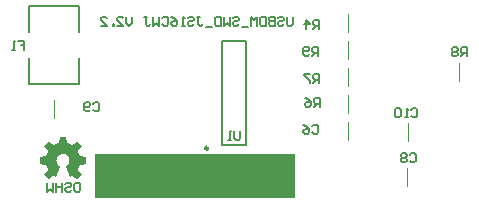
<source format=gbo>
G04 Layer_Color=32896*
%FSLAX24Y24*%
%MOIN*%
G70*
G01*
G75*
%ADD38C,0.0079*%
%ADD39C,0.0098*%
%ADD41C,0.0039*%
%ADD43C,0.0060*%
%ADD67C,0.0070*%
%ADD68R,0.6650X0.1450*%
G36*
X-11304Y-1714D02*
Y-1719D01*
X-11265Y-1916D01*
Y-1919D01*
Y-1922D01*
X-11262Y-1925D01*
X-11257Y-1927D01*
X-11124Y-1983D01*
X-11110D01*
X-10946Y-1866D01*
X-10935D01*
X-10932Y-1869D01*
X-10790Y-2008D01*
Y-2011D01*
Y-2016D01*
Y-2019D01*
Y-2022D01*
X-10904Y-2186D01*
Y-2188D01*
Y-2194D01*
Y-2197D01*
Y-2202D01*
X-10840Y-2338D01*
Y-2341D01*
X-10838Y-2344D01*
X-10832Y-2347D01*
X-10643Y-2380D01*
X-10638D01*
X-10635Y-2383D01*
Y-2388D01*
Y-2588D01*
Y-2591D01*
X-10638Y-2594D01*
X-10643Y-2597D01*
X-10826Y-2636D01*
X-10832D01*
X-10835Y-2638D01*
X-10838Y-2644D01*
X-10899Y-2791D01*
Y-2794D01*
Y-2799D01*
Y-2802D01*
Y-2805D01*
X-10790Y-2960D01*
Y-2966D01*
Y-2969D01*
Y-2972D01*
X-10932Y-3110D01*
X-10935Y-3113D01*
X-10940D01*
X-10946Y-3110D01*
X-11096Y-3008D01*
X-11110D01*
X-11176Y-3047D01*
X-11182D01*
X-11185Y-3044D01*
X-11187Y-3041D01*
X-11326Y-2705D01*
Y-2702D01*
Y-2699D01*
X-11324Y-2691D01*
X-11304Y-2683D01*
X-11301Y-2680D01*
X-11299Y-2677D01*
X-11296Y-2672D01*
X-11290Y-2669D01*
X-11279Y-2661D01*
X-11265Y-2647D01*
X-11246Y-2627D01*
X-11226Y-2602D01*
X-11213Y-2572D01*
X-11201Y-2536D01*
X-11196Y-2494D01*
Y-2491D01*
Y-2477D01*
X-11199Y-2461D01*
X-11204Y-2441D01*
X-11213Y-2416D01*
X-11224Y-2388D01*
X-11237Y-2363D01*
X-11260Y-2338D01*
X-11262Y-2336D01*
X-11271Y-2327D01*
X-11285Y-2316D01*
X-11301Y-2305D01*
X-11324Y-2294D01*
X-11349Y-2283D01*
X-11379Y-2275D01*
X-11412Y-2272D01*
X-11426D01*
X-11443Y-2275D01*
X-11465Y-2280D01*
X-11487Y-2288D01*
X-11515Y-2300D01*
X-11540Y-2316D01*
X-11565Y-2338D01*
X-11568Y-2341D01*
X-11576Y-2350D01*
X-11585Y-2363D01*
X-11596Y-2383D01*
X-11610Y-2405D01*
X-11618Y-2430D01*
X-11626Y-2461D01*
X-11629Y-2494D01*
Y-2499D01*
X-11626Y-2513D01*
X-11623Y-2536D01*
X-11618Y-2561D01*
X-11604Y-2588D01*
X-11587Y-2619D01*
X-11565Y-2647D01*
X-11532Y-2672D01*
X-11529Y-2674D01*
X-11526Y-2680D01*
X-11524D01*
X-11521Y-2683D01*
X-11504Y-2691D01*
X-11501Y-2694D01*
X-11499Y-2705D01*
X-11635Y-3041D01*
X-11637Y-3044D01*
X-11648Y-3047D01*
X-11715Y-3008D01*
X-11729D01*
X-11879Y-3110D01*
X-11885Y-3113D01*
X-11887D01*
X-11893Y-3110D01*
X-12037Y-2972D01*
Y-2966D01*
Y-2963D01*
Y-2960D01*
X-11926Y-2805D01*
Y-2802D01*
Y-2799D01*
Y-2797D01*
Y-2791D01*
X-11990Y-2644D01*
Y-2641D01*
Y-2638D01*
X-11993Y-2636D01*
X-11998D01*
X-12182Y-2597D01*
X-12184D01*
X-12187Y-2594D01*
X-12190Y-2588D01*
Y-2388D01*
Y-2386D01*
Y-2383D01*
X-12187Y-2380D01*
X-12182D01*
X-11993Y-2347D01*
X-11990D01*
X-11984Y-2344D01*
X-11979Y-2338D01*
X-11923Y-2202D01*
Y-2200D01*
Y-2194D01*
Y-2191D01*
Y-2188D01*
Y-2186D01*
X-12037Y-2022D01*
Y-2019D01*
Y-2016D01*
Y-2013D01*
Y-2008D01*
X-11893Y-1869D01*
X-11890Y-1866D01*
X-11879D01*
X-11715Y-1983D01*
X-11701D01*
X-11568Y-1927D01*
X-11565D01*
X-11562Y-1925D01*
X-11560Y-1922D01*
Y-1916D01*
X-11521Y-1719D01*
Y-1716D01*
Y-1714D01*
X-11518Y-1711D01*
X-11512Y-1708D01*
X-11307D01*
X-11304Y-1714D01*
D02*
G37*
D38*
X-6094Y-1982D02*
Y1482D01*
X-5306Y-1982D02*
Y1482D01*
X-6094Y-1982D02*
X-5306D01*
X-6094Y1482D02*
X-5306D01*
X-12527Y1783D02*
Y2649D01*
X-10873Y1783D02*
Y2649D01*
X-12527D02*
X-10873D01*
X-12527Y51D02*
X-10873D01*
X-12527D02*
Y917D01*
X-10873Y51D02*
Y917D01*
D39*
X-6576Y-2085D02*
G03*
X-6576Y-2085I-49J0D01*
G01*
D41*
X-11726Y-1071D02*
Y-480D01*
X-1900Y-1795D02*
Y-1205D01*
X50Y-3345D02*
Y-2755D01*
X100Y-1845D02*
Y-1255D01*
X-1900Y905D02*
Y1495D01*
X1800Y155D02*
Y745D01*
X-1900Y1805D02*
Y2395D01*
Y5D02*
Y595D01*
Y-895D02*
Y-305D01*
D43*
X200Y-800D02*
X250Y-750D01*
X350D01*
X400Y-800D01*
Y-1000D01*
X350Y-1050D01*
X250D01*
X200Y-1000D01*
X100Y-1050D02*
X0D01*
X50D01*
Y-750D01*
X100Y-800D01*
X-150D02*
X-200Y-750D01*
X-300D01*
X-350Y-800D01*
Y-1000D01*
X-300Y-1050D01*
X-200D01*
X-150Y-1000D01*
Y-800D01*
X150Y-2300D02*
X200Y-2250D01*
X300D01*
X350Y-2300D01*
Y-2500D01*
X300Y-2550D01*
X200D01*
X150Y-2500D01*
X50Y-2300D02*
X0Y-2250D01*
X-100D01*
X-150Y-2300D01*
Y-2350D01*
X-100Y-2400D01*
X-150Y-2450D01*
Y-2500D01*
X-100Y-2550D01*
X0D01*
X50Y-2500D01*
Y-2450D01*
X0Y-2400D01*
X50Y-2350D01*
Y-2300D01*
X0Y-2400D02*
X-100D01*
X-2850Y-710D02*
Y-410D01*
X-3000D01*
X-3050Y-460D01*
Y-560D01*
X-3000Y-610D01*
X-2850D01*
X-2950D02*
X-3050Y-710D01*
X-3350Y-410D02*
X-3250Y-460D01*
X-3150Y-560D01*
Y-660D01*
X-3200Y-710D01*
X-3300D01*
X-3350Y-660D01*
Y-610D01*
X-3300Y-560D01*
X-3150D01*
X-5500Y-1500D02*
Y-1750D01*
X-5550Y-1800D01*
X-5650D01*
X-5700Y-1750D01*
Y-1500D01*
X-5800Y-1800D02*
X-5900D01*
X-5850D01*
Y-1500D01*
X-5800Y-1550D01*
X-2870Y100D02*
Y400D01*
X-3020D01*
X-3070Y350D01*
Y250D01*
X-3020Y200D01*
X-2870D01*
X-2970D02*
X-3070Y100D01*
X-3170Y400D02*
X-3370D01*
Y350D01*
X-3170Y150D01*
Y100D01*
X-2870Y1890D02*
Y2190D01*
X-3020D01*
X-3070Y2140D01*
Y2040D01*
X-3020Y1990D01*
X-2870D01*
X-2970D02*
X-3070Y1890D01*
X-3320D02*
Y2190D01*
X-3170Y2040D01*
X-3370D01*
X-3100Y-1350D02*
X-3050Y-1300D01*
X-2950D01*
X-2900Y-1350D01*
Y-1550D01*
X-2950Y-1600D01*
X-3050D01*
X-3100Y-1550D01*
X-3400Y-1300D02*
X-3300Y-1350D01*
X-3200Y-1450D01*
Y-1550D01*
X-3250Y-1600D01*
X-3350D01*
X-3400Y-1550D01*
Y-1500D01*
X-3350Y-1450D01*
X-3200D01*
X2040Y988D02*
Y1288D01*
X1890D01*
X1840Y1238D01*
Y1138D01*
X1890Y1088D01*
X2040D01*
X1940D02*
X1840Y988D01*
X1740Y1238D02*
X1690Y1288D01*
X1590D01*
X1540Y1238D01*
Y1188D01*
X1590Y1138D01*
X1540Y1088D01*
Y1038D01*
X1590Y988D01*
X1690D01*
X1740Y1038D01*
Y1088D01*
X1690Y1138D01*
X1740Y1188D01*
Y1238D01*
X1690Y1138D02*
X1590D01*
X-2900Y1000D02*
Y1300D01*
X-3050D01*
X-3100Y1250D01*
Y1150D01*
X-3050Y1100D01*
X-2900D01*
X-3000D02*
X-3100Y1000D01*
X-3200Y1050D02*
X-3250Y1000D01*
X-3350D01*
X-3400Y1050D01*
Y1250D01*
X-3350Y1300D01*
X-3250D01*
X-3200Y1250D01*
Y1200D01*
X-3250Y1150D01*
X-3400D01*
X-10400Y-600D02*
X-10350Y-550D01*
X-10250D01*
X-10200Y-600D01*
Y-800D01*
X-10250Y-850D01*
X-10350D01*
X-10400Y-800D01*
X-10500D02*
X-10550Y-850D01*
X-10650D01*
X-10700Y-800D01*
Y-600D01*
X-10650Y-550D01*
X-10550D01*
X-10500Y-600D01*
Y-650D01*
X-10550Y-700D01*
X-10700D01*
X-12900Y1500D02*
X-12700D01*
Y1350D01*
X-12800D01*
X-12700D01*
Y1200D01*
X-13000D02*
X-13100D01*
X-13050D01*
Y1500D01*
X-13000Y1450D01*
X-3750Y2300D02*
Y2050D01*
X-3800Y2000D01*
X-3900D01*
X-3950Y2050D01*
Y2300D01*
X-4250Y2250D02*
X-4200Y2300D01*
X-4100D01*
X-4050Y2250D01*
Y2200D01*
X-4100Y2150D01*
X-4200D01*
X-4250Y2100D01*
Y2050D01*
X-4200Y2000D01*
X-4100D01*
X-4050Y2050D01*
X-4350Y2300D02*
Y2000D01*
X-4500D01*
X-4550Y2050D01*
Y2100D01*
X-4500Y2150D01*
X-4350D01*
X-4500D01*
X-4550Y2200D01*
Y2250D01*
X-4500Y2300D01*
X-4350D01*
X-4650D02*
Y2000D01*
X-4800D01*
X-4850Y2050D01*
Y2250D01*
X-4800Y2300D01*
X-4650D01*
X-4950Y2000D02*
Y2300D01*
X-5050Y2200D01*
X-5150Y2300D01*
Y2000D01*
X-5250Y1950D02*
X-5449D01*
X-5749Y2250D02*
X-5699Y2300D01*
X-5599D01*
X-5549Y2250D01*
Y2200D01*
X-5599Y2150D01*
X-5699D01*
X-5749Y2100D01*
Y2050D01*
X-5699Y2000D01*
X-5599D01*
X-5549Y2050D01*
X-5849Y2300D02*
Y2000D01*
X-5949Y2100D01*
X-6049Y2000D01*
Y2300D01*
X-6149D02*
Y2000D01*
X-6299D01*
X-6349Y2050D01*
Y2250D01*
X-6299Y2300D01*
X-6149D01*
X-6449Y1950D02*
X-6649D01*
X-6949Y2300D02*
X-6849D01*
X-6899D01*
Y2050D01*
X-6849Y2000D01*
X-6799D01*
X-6749Y2050D01*
X-7249Y2250D02*
X-7199Y2300D01*
X-7099D01*
X-7049Y2250D01*
Y2200D01*
X-7099Y2150D01*
X-7199D01*
X-7249Y2100D01*
Y2050D01*
X-7199Y2000D01*
X-7099D01*
X-7049Y2050D01*
X-7349Y2000D02*
X-7449D01*
X-7399D01*
Y2300D01*
X-7349Y2250D01*
X-7799Y2300D02*
X-7699Y2250D01*
X-7599Y2150D01*
Y2050D01*
X-7649Y2000D01*
X-7749D01*
X-7799Y2050D01*
Y2100D01*
X-7749Y2150D01*
X-7599D01*
X-8099Y2250D02*
X-8049Y2300D01*
X-7949D01*
X-7899Y2250D01*
Y2050D01*
X-7949Y2000D01*
X-8049D01*
X-8099Y2050D01*
X-8199Y2300D02*
Y2000D01*
X-8299Y2100D01*
X-8399Y2000D01*
Y2300D01*
X-8698D02*
X-8598D01*
X-8648D01*
Y2050D01*
X-8598Y2000D01*
X-8548D01*
X-8498Y2050D01*
X-9098Y2300D02*
Y2100D01*
X-9198Y2000D01*
X-9298Y2100D01*
Y2300D01*
X-9598Y2000D02*
X-9398D01*
X-9598Y2200D01*
Y2250D01*
X-9548Y2300D01*
X-9448D01*
X-9398Y2250D01*
X-9698Y2000D02*
Y2050D01*
X-9748D01*
Y2000D01*
X-9698D01*
X-10148D02*
X-9948D01*
X-10148Y2200D01*
Y2250D01*
X-10098Y2300D01*
X-9998D01*
X-9948Y2250D01*
D67*
X-10980Y-3230D02*
X-10880D01*
X-10830Y-3280D01*
Y-3480D01*
X-10880Y-3530D01*
X-10980D01*
X-11030Y-3480D01*
Y-3280D01*
X-10980Y-3230D01*
X-11330Y-3280D02*
X-11280Y-3230D01*
X-11180D01*
X-11130Y-3280D01*
Y-3330D01*
X-11180Y-3380D01*
X-11280D01*
X-11330Y-3430D01*
Y-3480D01*
X-11280Y-3530D01*
X-11180D01*
X-11130Y-3480D01*
X-11430Y-3230D02*
Y-3530D01*
Y-3380D01*
X-11630D01*
Y-3230D01*
Y-3530D01*
X-11730Y-3230D02*
Y-3530D01*
X-11830Y-3430D01*
X-11930Y-3530D01*
Y-3230D01*
D68*
X-7025Y-3025D02*
D03*
M02*

</source>
